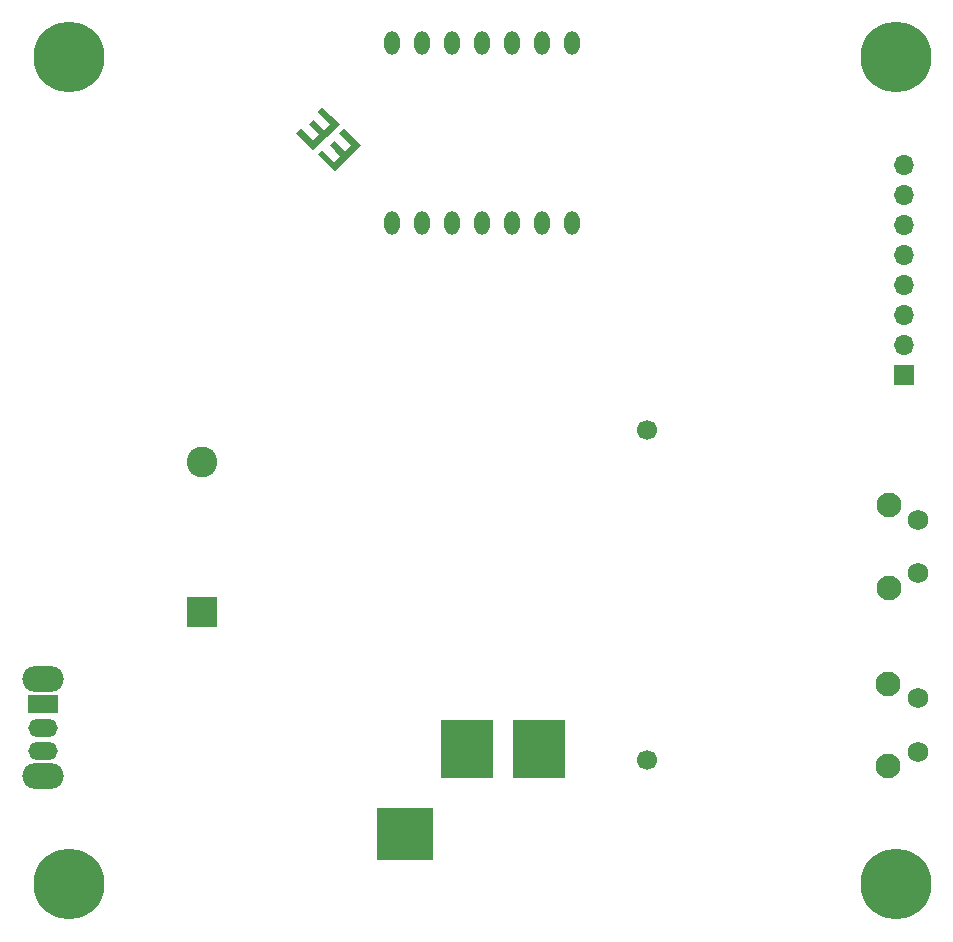
<source format=gbs>
G04 #@! TF.GenerationSoftware,KiCad,Pcbnew,6.0.10-86aedd382b~118~ubuntu22.04.1*
G04 #@! TF.CreationDate,2023-04-18T16:49:58-04:00*
G04 #@! TF.ProjectId,firstfpga-clock,66697273-7466-4706-9761-2d636c6f636b,rev?*
G04 #@! TF.SameCoordinates,Original*
G04 #@! TF.FileFunction,Soldermask,Bot*
G04 #@! TF.FilePolarity,Negative*
%FSLAX46Y46*%
G04 Gerber Fmt 4.6, Leading zero omitted, Abs format (unit mm)*
G04 Created by KiCad (PCBNEW 6.0.10-86aedd382b~118~ubuntu22.04.1) date 2023-04-18 16:49:58*
%MOMM*%
%LPD*%
G01*
G04 APERTURE LIST*
%ADD10C,6.000000*%
%ADD11C,2.100000*%
%ADD12C,1.750000*%
%ADD13C,1.700000*%
%ADD14O,1.300000X2.000000*%
%ADD15O,3.500000X2.200000*%
%ADD16R,2.500000X1.500000*%
%ADD17O,2.500000X1.500000*%
%ADD18R,1.700000X1.700000*%
%ADD19O,1.700000X1.700000*%
%ADD20R,4.700000X4.500000*%
%ADD21R,4.500000X4.900000*%
%ADD22R,2.600000X2.600000*%
%ADD23C,2.600000*%
G04 APERTURE END LIST*
G36*
X182202038Y-44931270D02*
G01*
X182926252Y-45655500D01*
X181822391Y-46759350D01*
X180718531Y-47863200D01*
X179270079Y-46414748D01*
X179676308Y-46008519D01*
X180189017Y-46521206D01*
X180701727Y-47033893D01*
X181197599Y-46538021D01*
X180760560Y-46100955D01*
X180323520Y-45663889D01*
X180710152Y-45277257D01*
X181147184Y-45714316D01*
X181584215Y-46151375D01*
X181840593Y-45895043D01*
X182096970Y-45638711D01*
X181584248Y-45125967D01*
X181071527Y-44613223D01*
X181274676Y-44410132D01*
X181477824Y-44207041D01*
X182202038Y-44931270D01*
G37*
G36*
X183997430Y-46727986D02*
G01*
X184721644Y-47452216D01*
X183617783Y-48556066D01*
X182513923Y-49659916D01*
X181065471Y-48211464D01*
X181471700Y-47805235D01*
X181984409Y-48317922D01*
X182497119Y-48830609D01*
X182992991Y-48334737D01*
X182555952Y-47897671D01*
X182118912Y-47460605D01*
X182505544Y-47073973D01*
X182942576Y-47511032D01*
X183379607Y-47948091D01*
X183635985Y-47691759D01*
X183892362Y-47435427D01*
X183379640Y-46922683D01*
X182866919Y-46409939D01*
X183070068Y-46206848D01*
X183273216Y-46003757D01*
X183997430Y-46727986D01*
G37*
D10*
X230000000Y-110000000D03*
X160000000Y-40000000D03*
X230000000Y-40000000D03*
X160000000Y-110000000D03*
D11*
X229447500Y-77900000D03*
X229447500Y-84910000D03*
D12*
X231937500Y-79150000D03*
X231937500Y-83650000D03*
D13*
X208970000Y-99470000D03*
X208970000Y-71530000D03*
D14*
X202620000Y-38780000D03*
X200080000Y-38780000D03*
X197540000Y-38780000D03*
X195000000Y-38780000D03*
X192460000Y-38780000D03*
X189920000Y-38780000D03*
X187380000Y-38780000D03*
X187380000Y-54020000D03*
X189920000Y-54020000D03*
X192460000Y-54020000D03*
X195000000Y-54020000D03*
X197540000Y-54020000D03*
X200080000Y-54020000D03*
X202620000Y-54020000D03*
D15*
X157850000Y-92650000D03*
X157850000Y-100850000D03*
D16*
X157850000Y-94750000D03*
D17*
X157850000Y-96750000D03*
X157850000Y-98750000D03*
D18*
X230700000Y-66875000D03*
D19*
X230700000Y-64335000D03*
X230700000Y-61795000D03*
X230700000Y-59255000D03*
X230700000Y-56715000D03*
X230700000Y-54175000D03*
X230700000Y-51635000D03*
X230700000Y-49095000D03*
D11*
X229397500Y-93025000D03*
X229397500Y-100035000D03*
D12*
X231887500Y-94275000D03*
X231887500Y-98775000D03*
D20*
X188450000Y-105725000D03*
D21*
X193750000Y-98575000D03*
X199800000Y-98575000D03*
D22*
X171280000Y-87000000D03*
D23*
X171280000Y-74300000D03*
M02*

</source>
